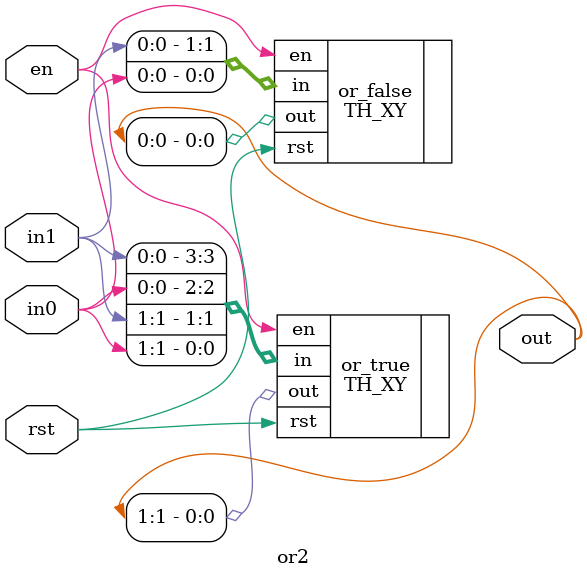
<source format=sv>
`timescale 1ns / 1ps

module or2#(
  parameter                    ENC = "TP",
  localparam                   RAIL_NUM = 2
)
(
//---------CTRL-----------------------
  input                           rst,
  input                           en,
//---------LINK-IN--------------------
  input            [RAIL_NUM-1:0] in0,
//---------LINK-IN--------------------
  input            [RAIL_NUM-1:0] in1,
//---------LINK-OUT-------------------
  output           [RAIL_NUM-1:0] out
//------------------------------------
);

TH_XY#
(
  .ENC  (ENC),
  .CFG  ("2_0_2")
)
or_false
(
//---------CTRL----------------
	.rst(rst),
//-----------------------------
	.en(en),
	.in({in1[0],in0[0]}),
	.out(out[0])
//-----------------------------
);

TH_XY#
(
  .ENC  (ENC),
  .CFG  ("4_2_3")
)
or_true
(
//---------CTRL----------------
	.rst(rst),
//-----------------------------
	.en(en),
	.in({in1[0],in0[0],in1[1],in0[1]}),
	.out(out[1])
//-----------------------------
);


endmodule

</source>
